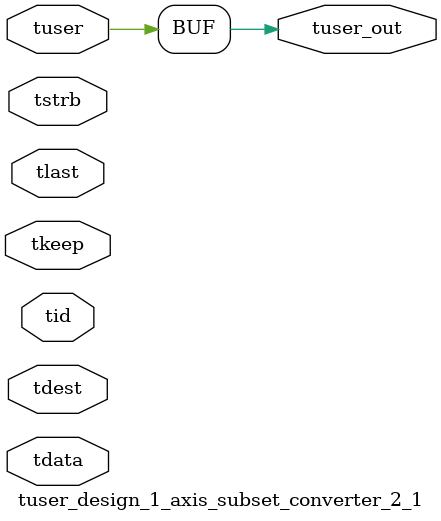
<source format=v>


`timescale 1ps/1ps

module tuser_design_1_axis_subset_converter_2_1 #
(
parameter C_S_AXIS_TUSER_WIDTH = 1,
parameter C_S_AXIS_TDATA_WIDTH = 32,
parameter C_S_AXIS_TID_WIDTH   = 0,
parameter C_S_AXIS_TDEST_WIDTH = 0,
parameter C_M_AXIS_TUSER_WIDTH = 1
)
(
input  [(C_S_AXIS_TUSER_WIDTH == 0 ? 1 : C_S_AXIS_TUSER_WIDTH)-1:0     ] tuser,
input  [(C_S_AXIS_TDATA_WIDTH == 0 ? 1 : C_S_AXIS_TDATA_WIDTH)-1:0     ] tdata,
input  [(C_S_AXIS_TID_WIDTH   == 0 ? 1 : C_S_AXIS_TID_WIDTH)-1:0       ] tid,
input  [(C_S_AXIS_TDEST_WIDTH == 0 ? 1 : C_S_AXIS_TDEST_WIDTH)-1:0     ] tdest,
input  [(C_S_AXIS_TDATA_WIDTH/8)-1:0 ] tkeep,
input  [(C_S_AXIS_TDATA_WIDTH/8)-1:0 ] tstrb,
input                                                                    tlast,
output [C_M_AXIS_TUSER_WIDTH-1:0] tuser_out
);

assign tuser_out = {tuser[0:0]};

endmodule


</source>
